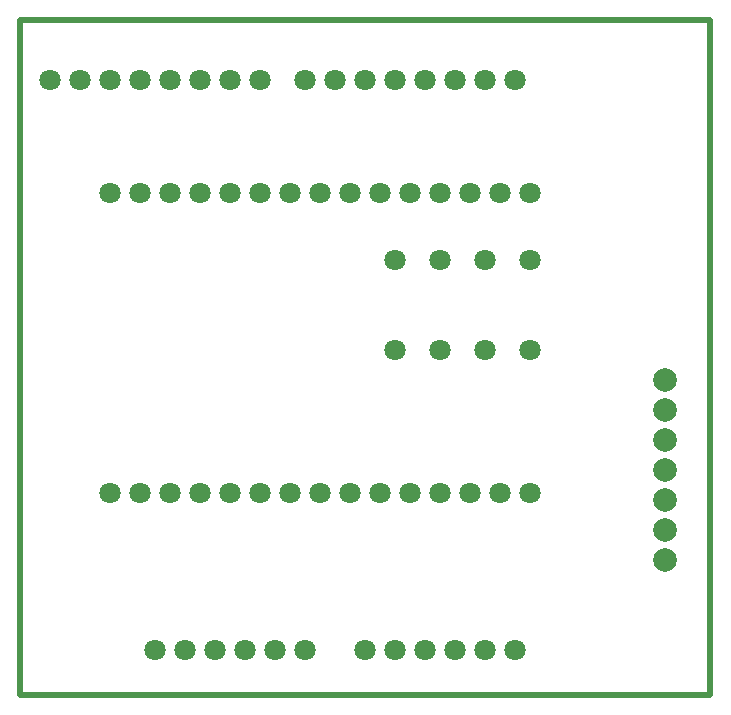
<source format=gbs>
%TF.GenerationSoftware,KiCad,Pcbnew,6.0.0-rc1-unknown-5cb2641142~116~ubuntu20.04.1*%
%TF.CreationDate,2021-12-06T17:50:33+01:00*%
%TF.ProjectId,CARTE_ESP32_TFT,43415254-455f-4455-9350-33325f544654,rev?*%
%TF.SameCoordinates,PX678e028PY7445a00*%
%TF.FileFunction,Soldermask,Bot*%
%TF.FilePolarity,Negative*%
%FSLAX46Y46*%
G04 Gerber Fmt 4.6, Leading zero omitted, Abs format (unit mm)*
G04 Created by KiCad (PCBNEW 6.0.0-rc1-unknown-5cb2641142~116~ubuntu20.04.1) date 2021-12-06 17:50:33*
%MOMM*%
%LPD*%
G01*
G04 APERTURE LIST*
%TA.AperFunction,Profile*%
%ADD10C,0.500000*%
%TD*%
%ADD11C,1.800000*%
%ADD12C,1.998980*%
G04 APERTURE END LIST*
D10*
X0Y0D02*
X58420000Y0D01*
X58420000Y0D02*
X58420000Y57150000D01*
X58420000Y57150000D02*
X0Y57150000D01*
X0Y57150000D02*
X0Y0D01*
D11*
X39370000Y29210000D03*
X39370000Y36830000D03*
D12*
X54610000Y21590000D03*
D11*
X11430000Y3810000D03*
X13970000Y3810000D03*
X16510000Y3810000D03*
X19050000Y3810000D03*
X21590000Y3810000D03*
X24130000Y3810000D03*
X29210000Y3810000D03*
X31750000Y3810000D03*
X34290000Y3810000D03*
X36830000Y3810000D03*
X39370000Y3810000D03*
X41910000Y3810000D03*
X41910000Y52070000D03*
X39370000Y52070000D03*
X36830000Y52070000D03*
X34290000Y52070000D03*
X31750000Y52070000D03*
X29210000Y52070000D03*
X26670000Y52070000D03*
X24130000Y52070000D03*
X20320000Y52070000D03*
X17780000Y52070000D03*
X15240000Y52070000D03*
X12700000Y52070000D03*
X10160000Y52070000D03*
X7620000Y52070000D03*
X5080000Y52070000D03*
X2540000Y52070000D03*
D12*
X54610000Y24130000D03*
X54610000Y11430000D03*
X54610000Y16510000D03*
D11*
X43180000Y29210000D03*
X43180000Y36830000D03*
D12*
X54610000Y13970000D03*
X54610000Y19050000D03*
D11*
X31750000Y36830000D03*
X31750000Y29210000D03*
D12*
X54610000Y26670000D03*
D11*
X35560000Y29210000D03*
X35560000Y36830000D03*
X7620000Y42545000D03*
X10160000Y42545000D03*
X12700000Y42545000D03*
X15240000Y42545000D03*
X17780000Y42545000D03*
X20320000Y42545000D03*
X22860000Y42545000D03*
X25400000Y42545000D03*
X27940000Y42545000D03*
X30480000Y42545000D03*
X33020000Y42545000D03*
X35560000Y42545000D03*
X38100000Y42545000D03*
X40640000Y42545000D03*
X43180000Y42545000D03*
X43180000Y17145000D03*
X40640000Y17145000D03*
X38100000Y17145000D03*
X35560000Y17145000D03*
X33020000Y17145000D03*
X30480000Y17145000D03*
X27940000Y17145000D03*
X25400000Y17145000D03*
X22860000Y17145000D03*
X20320000Y17145000D03*
X17780000Y17145000D03*
X15240000Y17145000D03*
X12700000Y17145000D03*
X10160000Y17145000D03*
X7620000Y17145000D03*
M02*

</source>
